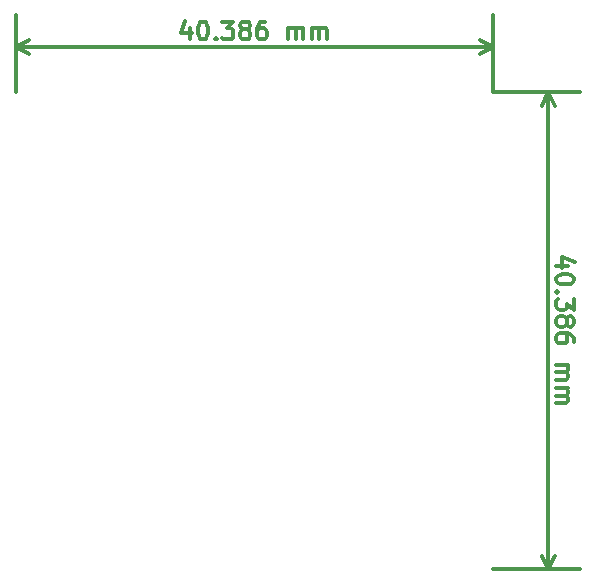
<source format=gbr>
G04 #@! TF.FileFunction,Drawing*
%FSLAX46Y46*%
G04 Gerber Fmt 4.6, Leading zero omitted, Abs format (unit mm)*
G04 Created by KiCad (PCBNEW 4.0.2+dfsg1-2~bpo8+1-stable) date Fri 31 Mar 2017 07:50:44 PM CEST*
%MOMM*%
G01*
G04 APERTURE LIST*
%ADD10C,0.100000*%
%ADD11C,0.300000*%
G04 APERTURE END LIST*
D10*
D11*
X173883429Y-91020001D02*
X172883429Y-91020001D01*
X174454857Y-90662858D02*
X173383429Y-90305715D01*
X173383429Y-91234287D01*
X174383429Y-92091429D02*
X174383429Y-92234286D01*
X174312000Y-92377143D01*
X174240571Y-92448572D01*
X174097714Y-92520001D01*
X173812000Y-92591429D01*
X173454857Y-92591429D01*
X173169143Y-92520001D01*
X173026286Y-92448572D01*
X172954857Y-92377143D01*
X172883429Y-92234286D01*
X172883429Y-92091429D01*
X172954857Y-91948572D01*
X173026286Y-91877143D01*
X173169143Y-91805715D01*
X173454857Y-91734286D01*
X173812000Y-91734286D01*
X174097714Y-91805715D01*
X174240571Y-91877143D01*
X174312000Y-91948572D01*
X174383429Y-92091429D01*
X173026286Y-93234286D02*
X172954857Y-93305714D01*
X172883429Y-93234286D01*
X172954857Y-93162857D01*
X173026286Y-93234286D01*
X172883429Y-93234286D01*
X174383429Y-93805715D02*
X174383429Y-94734286D01*
X173812000Y-94234286D01*
X173812000Y-94448572D01*
X173740571Y-94591429D01*
X173669143Y-94662858D01*
X173526286Y-94734286D01*
X173169143Y-94734286D01*
X173026286Y-94662858D01*
X172954857Y-94591429D01*
X172883429Y-94448572D01*
X172883429Y-94020000D01*
X172954857Y-93877143D01*
X173026286Y-93805715D01*
X173740571Y-95591429D02*
X173812000Y-95448571D01*
X173883429Y-95377143D01*
X174026286Y-95305714D01*
X174097714Y-95305714D01*
X174240571Y-95377143D01*
X174312000Y-95448571D01*
X174383429Y-95591429D01*
X174383429Y-95877143D01*
X174312000Y-96020000D01*
X174240571Y-96091429D01*
X174097714Y-96162857D01*
X174026286Y-96162857D01*
X173883429Y-96091429D01*
X173812000Y-96020000D01*
X173740571Y-95877143D01*
X173740571Y-95591429D01*
X173669143Y-95448571D01*
X173597714Y-95377143D01*
X173454857Y-95305714D01*
X173169143Y-95305714D01*
X173026286Y-95377143D01*
X172954857Y-95448571D01*
X172883429Y-95591429D01*
X172883429Y-95877143D01*
X172954857Y-96020000D01*
X173026286Y-96091429D01*
X173169143Y-96162857D01*
X173454857Y-96162857D01*
X173597714Y-96091429D01*
X173669143Y-96020000D01*
X173740571Y-95877143D01*
X174383429Y-97448571D02*
X174383429Y-97162857D01*
X174312000Y-97020000D01*
X174240571Y-96948571D01*
X174026286Y-96805714D01*
X173740571Y-96734285D01*
X173169143Y-96734285D01*
X173026286Y-96805714D01*
X172954857Y-96877142D01*
X172883429Y-97020000D01*
X172883429Y-97305714D01*
X172954857Y-97448571D01*
X173026286Y-97520000D01*
X173169143Y-97591428D01*
X173526286Y-97591428D01*
X173669143Y-97520000D01*
X173740571Y-97448571D01*
X173812000Y-97305714D01*
X173812000Y-97020000D01*
X173740571Y-96877142D01*
X173669143Y-96805714D01*
X173526286Y-96734285D01*
X172883429Y-99377142D02*
X173883429Y-99377142D01*
X173740571Y-99377142D02*
X173812000Y-99448570D01*
X173883429Y-99591428D01*
X173883429Y-99805713D01*
X173812000Y-99948570D01*
X173669143Y-100019999D01*
X172883429Y-100019999D01*
X173669143Y-100019999D02*
X173812000Y-100091428D01*
X173883429Y-100234285D01*
X173883429Y-100448570D01*
X173812000Y-100591428D01*
X173669143Y-100662856D01*
X172883429Y-100662856D01*
X172883429Y-101377142D02*
X173883429Y-101377142D01*
X173740571Y-101377142D02*
X173812000Y-101448570D01*
X173883429Y-101591428D01*
X173883429Y-101805713D01*
X173812000Y-101948570D01*
X173669143Y-102019999D01*
X172883429Y-102019999D01*
X173669143Y-102019999D02*
X173812000Y-102091428D01*
X173883429Y-102234285D01*
X173883429Y-102448570D01*
X173812000Y-102591428D01*
X173669143Y-102662856D01*
X172883429Y-102662856D01*
X172212000Y-76327000D02*
X172212000Y-116713000D01*
X167513000Y-76327000D02*
X174912000Y-76327000D01*
X167513000Y-116713000D02*
X174912000Y-116713000D01*
X172212000Y-116713000D02*
X171625579Y-115586496D01*
X172212000Y-116713000D02*
X172798421Y-115586496D01*
X172212000Y-76327000D02*
X171625579Y-77453504D01*
X172212000Y-76327000D02*
X172798421Y-77453504D01*
X141820001Y-70845571D02*
X141820001Y-71845571D01*
X141462858Y-70274143D02*
X141105715Y-71345571D01*
X142034287Y-71345571D01*
X142891429Y-70345571D02*
X143034286Y-70345571D01*
X143177143Y-70417000D01*
X143248572Y-70488429D01*
X143320001Y-70631286D01*
X143391429Y-70917000D01*
X143391429Y-71274143D01*
X143320001Y-71559857D01*
X143248572Y-71702714D01*
X143177143Y-71774143D01*
X143034286Y-71845571D01*
X142891429Y-71845571D01*
X142748572Y-71774143D01*
X142677143Y-71702714D01*
X142605715Y-71559857D01*
X142534286Y-71274143D01*
X142534286Y-70917000D01*
X142605715Y-70631286D01*
X142677143Y-70488429D01*
X142748572Y-70417000D01*
X142891429Y-70345571D01*
X144034286Y-71702714D02*
X144105714Y-71774143D01*
X144034286Y-71845571D01*
X143962857Y-71774143D01*
X144034286Y-71702714D01*
X144034286Y-71845571D01*
X144605715Y-70345571D02*
X145534286Y-70345571D01*
X145034286Y-70917000D01*
X145248572Y-70917000D01*
X145391429Y-70988429D01*
X145462858Y-71059857D01*
X145534286Y-71202714D01*
X145534286Y-71559857D01*
X145462858Y-71702714D01*
X145391429Y-71774143D01*
X145248572Y-71845571D01*
X144820000Y-71845571D01*
X144677143Y-71774143D01*
X144605715Y-71702714D01*
X146391429Y-70988429D02*
X146248571Y-70917000D01*
X146177143Y-70845571D01*
X146105714Y-70702714D01*
X146105714Y-70631286D01*
X146177143Y-70488429D01*
X146248571Y-70417000D01*
X146391429Y-70345571D01*
X146677143Y-70345571D01*
X146820000Y-70417000D01*
X146891429Y-70488429D01*
X146962857Y-70631286D01*
X146962857Y-70702714D01*
X146891429Y-70845571D01*
X146820000Y-70917000D01*
X146677143Y-70988429D01*
X146391429Y-70988429D01*
X146248571Y-71059857D01*
X146177143Y-71131286D01*
X146105714Y-71274143D01*
X146105714Y-71559857D01*
X146177143Y-71702714D01*
X146248571Y-71774143D01*
X146391429Y-71845571D01*
X146677143Y-71845571D01*
X146820000Y-71774143D01*
X146891429Y-71702714D01*
X146962857Y-71559857D01*
X146962857Y-71274143D01*
X146891429Y-71131286D01*
X146820000Y-71059857D01*
X146677143Y-70988429D01*
X148248571Y-70345571D02*
X147962857Y-70345571D01*
X147820000Y-70417000D01*
X147748571Y-70488429D01*
X147605714Y-70702714D01*
X147534285Y-70988429D01*
X147534285Y-71559857D01*
X147605714Y-71702714D01*
X147677142Y-71774143D01*
X147820000Y-71845571D01*
X148105714Y-71845571D01*
X148248571Y-71774143D01*
X148320000Y-71702714D01*
X148391428Y-71559857D01*
X148391428Y-71202714D01*
X148320000Y-71059857D01*
X148248571Y-70988429D01*
X148105714Y-70917000D01*
X147820000Y-70917000D01*
X147677142Y-70988429D01*
X147605714Y-71059857D01*
X147534285Y-71202714D01*
X150177142Y-71845571D02*
X150177142Y-70845571D01*
X150177142Y-70988429D02*
X150248570Y-70917000D01*
X150391428Y-70845571D01*
X150605713Y-70845571D01*
X150748570Y-70917000D01*
X150819999Y-71059857D01*
X150819999Y-71845571D01*
X150819999Y-71059857D02*
X150891428Y-70917000D01*
X151034285Y-70845571D01*
X151248570Y-70845571D01*
X151391428Y-70917000D01*
X151462856Y-71059857D01*
X151462856Y-71845571D01*
X152177142Y-71845571D02*
X152177142Y-70845571D01*
X152177142Y-70988429D02*
X152248570Y-70917000D01*
X152391428Y-70845571D01*
X152605713Y-70845571D01*
X152748570Y-70917000D01*
X152819999Y-71059857D01*
X152819999Y-71845571D01*
X152819999Y-71059857D02*
X152891428Y-70917000D01*
X153034285Y-70845571D01*
X153248570Y-70845571D01*
X153391428Y-70917000D01*
X153462856Y-71059857D01*
X153462856Y-71845571D01*
X127127000Y-72517000D02*
X167513000Y-72517000D01*
X127127000Y-76327000D02*
X127127000Y-69817000D01*
X167513000Y-76327000D02*
X167513000Y-69817000D01*
X167513000Y-72517000D02*
X166386496Y-73103421D01*
X167513000Y-72517000D02*
X166386496Y-71930579D01*
X127127000Y-72517000D02*
X128253504Y-73103421D01*
X127127000Y-72517000D02*
X128253504Y-71930579D01*
M02*

</source>
